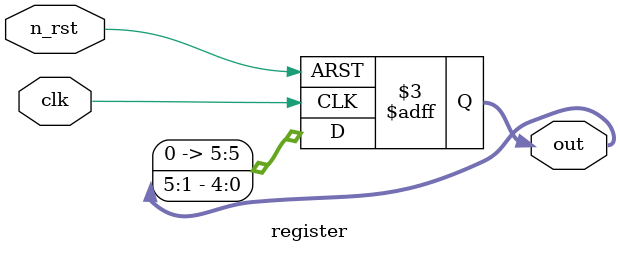
<source format=v>
module register(
  clk,
  n_rst,
  out
);

input clk;
input n_rst;
output reg [5:0] out;

always@(posedge clk or negedge n_rst)
begin
  if(!n_rst)
    out <= 6'b11_1111;
  else 
  begin
    out[0] <= out[1];
    out[1] <= out[2];
    out[2] <= out[3];
    out[3] <= out[4];
    out[4] <= out[5];
    out[5] <= 1'b0;
  end
end
endmodule 
</source>
